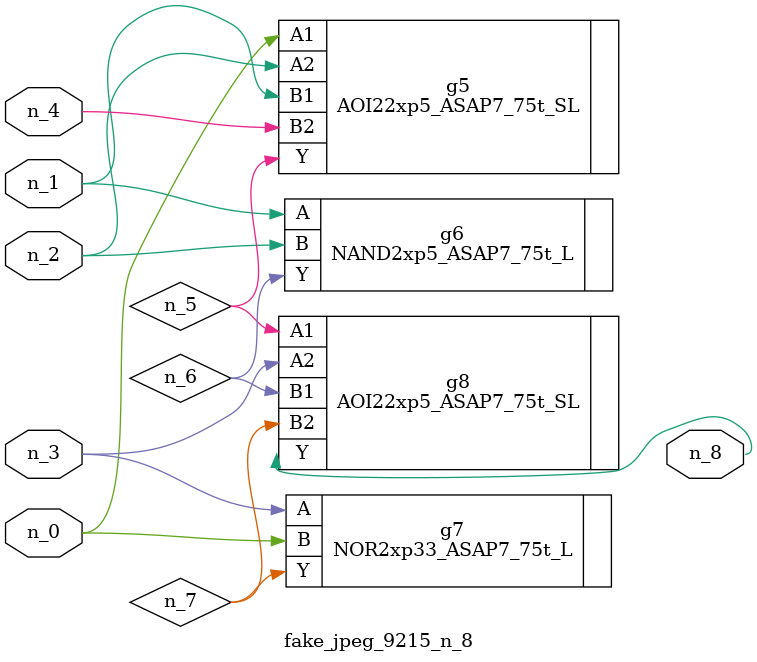
<source format=v>
module fake_jpeg_9215_n_8 (n_3, n_2, n_1, n_0, n_4, n_8);

input n_3;
input n_2;
input n_1;
input n_0;
input n_4;

output n_8;

wire n_6;
wire n_5;
wire n_7;

AOI22xp5_ASAP7_75t_SL g5 ( 
.A1(n_0),
.A2(n_2),
.B1(n_1),
.B2(n_4),
.Y(n_5)
);

NAND2xp5_ASAP7_75t_L g6 ( 
.A(n_1),
.B(n_2),
.Y(n_6)
);

NOR2xp33_ASAP7_75t_L g7 ( 
.A(n_3),
.B(n_0),
.Y(n_7)
);

AOI22xp5_ASAP7_75t_SL g8 ( 
.A1(n_5),
.A2(n_3),
.B1(n_6),
.B2(n_7),
.Y(n_8)
);


endmodule
</source>
